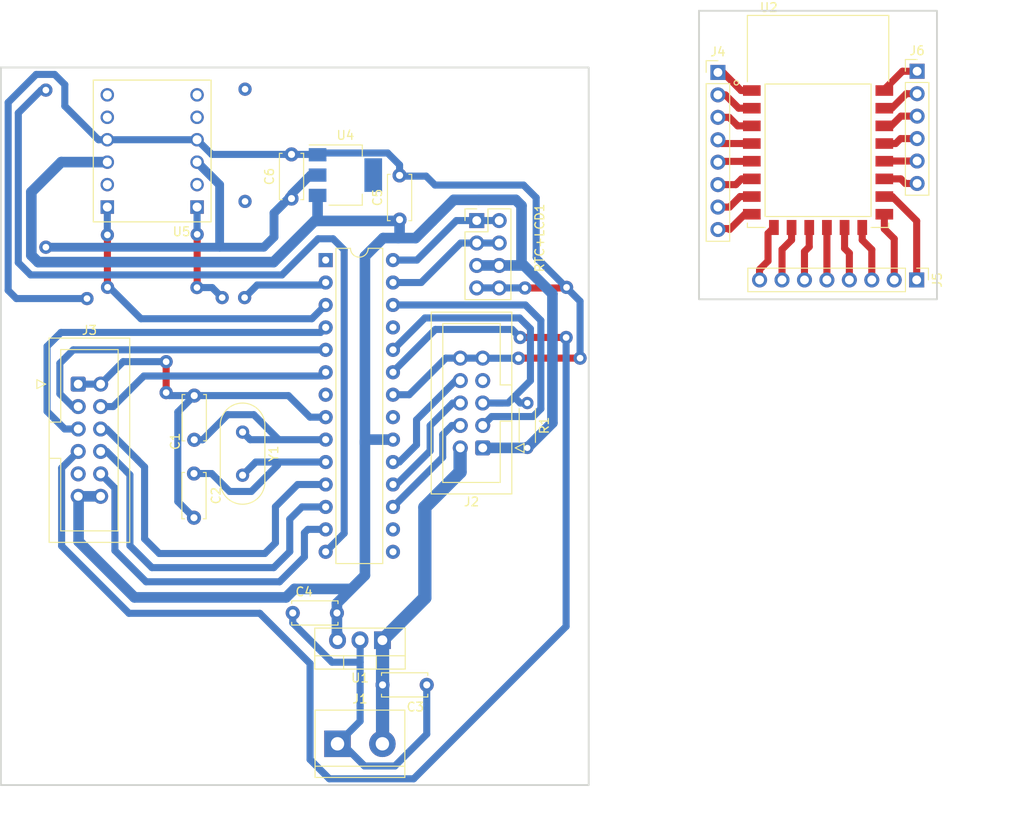
<source format=kicad_pcb>
(kicad_pcb (version 20211014) (generator pcbnew)
  (layers (0 "F.Cu" signal) (31 "B.Cu" signal) (34 "B.Paste" user) (35 "F.Paste" user) (36 "B.SilkS" user "B.Silkscreen") (37 "F.SilkS" user "F.Silkscreen") (38 "B.Mask" user) (39 "F.Mask" user) (44 "Edge.Cuts" user))
  (net 0 "")
  (net 1 "GND")
  (net 3 "+5V")
  (net 5 "+12V")
  (net 7 "Net-(C1-Pad1)")
  (net 8 "Net-(C2-Pad1)")
  (net 10 "Net-(RTC+LCD1-Pad3)")
  (net 11 "Net-(RTC+LCD1-Pad1)")
  (net 12 "unconnected-(U3-Pad15)")
  (net 13 "Net-(R1-Pad1)")
  (net 14 "Net-(J4-Pad1)")
  (net 15 "Net-(J6-Pad1)")
  (net 16 "Net-(J6-Pad2)")
  (net 17 "Net-(J6-Pad3)")
  (net 18 "Net-(J6-Pad4)")
  (net 19 "Net-(C6-Pad1)")
  (net 20 "Net-(J4-Pad2)")
  (net 21 "Net-(J4-Pad3)")
  (net 22 "Net-(J4-Pad4)")
  (net 23 "Net-(J4-Pad5)")
  (net 24 "Net-(J4-Pad6)")
  (net 25 "Net-(J4-Pad7)")
  (net 26 "Net-(J5-Pad3)")
  (net 27 "Net-(J5-Pad4)")
  (net 28 "Net-(J5-Pad5)")
  (net 29 "Net-(J5-Pad6)")
  (net 30 "Net-(J5-Pad7)")
  (net 31 "Net-(J6-Pad5)")
  (net 32 "Net-(J5-Pad2)")
  (net 33 "Net-(J6-Pad6)")
  (net 34 "Net-(J4-Pad8)")
  (net 35 "Net-(U3-Pad3)")
  (net 38 "unconnected-(U5-PadLV4)")
  (net 42 "Net-(J5-Pad1)")
  (net 43 "Net-(U3-Pad26)")
  (net 44 "Net-(U3-Pad19)")
  (net 45 "Net-(U3-Pad18)")
  (net 46 "Net-(U3-Pad17)")
  (net 48 "Net-(U3-Pad5)")
  (net 49 "Net-(U3-Pad6)")
  (net 50 "Net-(U3-Pad4)")
  (net 51 "Net-(U3-Pad11)")
  (net 52 "Net-(U3-Pad23)")
  (net 53 "Net-(U3-Pad12)")
  (net 55 "Net-(U3-Pad13)")
  (footprint "Resistor_THT:R_Axial_DIN0204_L3.6mm_D1.6mm_P5.08mm_Horizontal" (layer "F.Cu") (at 157.2325 93.12 -90)
    (fp_text reference "R1")
    (fp_text value "4.7k")
  )
  (footprint "Connector_PinHeader_2.54mm:PinHeader_2x04_P2.54mm_Vertical" (layer "F.Cu") (at 151.5075 72.47)
    (fp_text reference "RTC+LCD1")
    (fp_text value "Conn_02x04_Odd_Even")
  )
  (footprint "Capacitor_THT:C_Disc_D5.0mm_W2.5mm_P5.00mm" (layer "F.Cu") (at 119.5025 101.1 -90)
    (fp_text reference "C2")
    (fp_text value "20pF")
  )
  (footprint "Package_TO_SOT_THT:TO-220-3_Vertical" (layer "F.Cu") (at 140.8325 119.965 180)
    (fp_text reference "U1")
    (fp_text value "LM7805")
  )
  (footprint "Capacitor_THT:C_Disc_D5.0mm_W2.5mm_P5.00mm" (layer "F.Cu") (at 119.5325 97.28 90)
    (fp_text reference "C1")
    (fp_text value "20pF")
  )
  (footprint "Connector_IDC:IDC-Header_2x05_P2.54mm_Vertical" (layer "F.Cu") (at 152.185 98.2 180)
    (fp_text reference "J2")
    (fp_text value "Conn_02x05_Odd_Even")
  )
  (footprint "Crystal:Crystal_HC49-4H_Vertical" (layer "F.Cu") (at 125.0025 96.41 -90)
    (fp_text reference "Y1")
    (fp_text value "16MHz")
  )
  (footprint "Capacitor_THT:C_Disc_D5.0mm_W2.5mm_P5.00mm" (layer "F.Cu") (at 145.8475 125.02 180)
    (fp_text reference "C3")
    (fp_text value "330nF")
  )
  (footprint "TerminalBlock:TerminalBlock_bornier-2_P5.08mm" (layer "F.Cu") (at 135.7475 131.69)
    (fp_text reference "J1")
    (fp_text value "12v")
  )
  (footprint "Capacitor_THT:C_Disc_D5.0mm_W2.5mm_P5.00mm" (layer "F.Cu") (at 130.6825 116.88)
    (fp_text reference "C4")
    (fp_text value "100nF")
  )
  (footprint "Package_DIP:DIP-28_W7.62mm" (layer "F.Cu") (at 134.4075 76.94)
    (fp_text reference "U3" hide)
    (fp_text value "ATmega328P-P")
  )
  (footprint "Connector_PinHeader_2.54mm:PinHeader_1x06_P2.54mm_Vertical" (layer "F.Cu") (at 201.35 55.56925)
    (fp_text reference "J6")
    (fp_text value "Conn_01x06")
  )
  (footprint "Conversor_logico_nivel:CONV_BOB-12009" (layer "F.Cu") (at 114.7725 64.59 180)
    (fp_text reference "U5")
    (fp_text value "BOB-12009")
  )
  (footprint "Capacitor_THT:C_Disc_D5.0mm_W2.5mm_P5.00mm" (layer "F.Cu") (at 142.7725 72.36 90)
    (fp_text reference "C5")
    (fp_text value "100nF")
  )
  (footprint "Connector_IDC:IDC-Header_2x06_P2.54mm_Vertical" (layer "F.Cu") (at 106.4 90.98)
    (fp_text reference "J3")
    (fp_text value "Conn_02x06_Odd_Even")
  )
  (footprint "Capacitor_THT:C_Disc_D5.0mm_W2.5mm_P5.00mm" (layer "F.Cu") (at 130.5425 69.98 90)
    (fp_text reference "C6")
    (fp_text value "10uF")
  )
  (footprint "Package_TO_SOT_SMD:SOT-223" (layer "F.Cu") (at 136.6425 67.32)
    (fp_text reference "U4")
    (fp_text value "LM1117-3.3")
  )
  (footprint "Connector_PinHeader_2.54mm:PinHeader_1x08_P2.54mm_Vertical" (layer "F.Cu") (at 178.80575 55.7025)
    (fp_text reference "J4")
    (fp_text value "Conn_01x08" hide)
  )
  (footprint "ESP8266-12E_ESP-12E:XCVR_ESP8266-12E_ESP-12E" (layer "F.Cu") (at 190.14 64.75)
    (fp_text reference "U2")
    (fp_text value "ESP-12E")
  )
  (footprint "Connector_PinHeader_2.54mm:PinHeader_1x08_P2.54mm_Vertical" (layer "F.Cu") (at 201.30075 79.1875 -90)
    (fp_text reference "J5")
    (fp_text value "Conn_01x08" hide)
  )
  (gr_rect (start 176.665 48.72) (end 203.595 81.38) (layer "Edge.Cuts") (width 0.2) (fill none))
  (gr_rect (start 164.1775 55.14) (end 97.6475 136.36) (layer "Edge.Cuts") (width 0.2) (fill none))
  (segment (start 184.47575 77.0475) (end 184.47575 73.91425) (width 0.8) (layer "F.Cu") (net 1))
  (segment (start 183.52075 79.1875) (end 183.51575 79.1825) (width 0.8) (layer "F.Cu") (net 1))
  (segment (start 184.47575 73.91425) (end 185.14 73.25) (width 0.8) (layer "F.Cu") (net 1))
  (segment (start 161.6725 80.03) (end 161.601837 80.100663) (width 0.8) (layer "F.Cu") (net 1))
  (segment (start 183.51575 78.0075) (end 184.47575 77.0475) (width 0.8) (layer "F.Cu") (net 1))
  (segment (start 161.601837 80.100663) (end 156.961837 80.100663) (width 0.8) (layer "F.Cu") (net 1))
  (segment (start 156.243 88.04) (end 156.233 88.05) (width 0.8) (layer "F.Cu") (net 1))
  (segment (start 163.2025 88.04) (end 156.243 88.04) (width 0.8) (layer "F.Cu") (net 1))
  (segment (start 116.3525 88.44) (end 116.3525 91.94) (width 0.8) (layer "F.Cu") (net 1))
  (segment (start 183.51575 79.1825) (end 183.51575 78.0075) (width 0.8) (layer "F.Cu") (net 1))
  (via (at 156.233 88.05) (size 1.5) (drill 0.75) (layers "F.Cu" "B.Cu") (net 1))
  (via (at 107.39325 81.2975) (size 1.5) (drill 0.75) (layers "F.Cu" "B.Cu") (net 1))
  (via (at 156.961837 80.100663) (size 1.5) (drill 0.75) (layers "F.Cu" "B.Cu") (net 1))
  (via (at 161.6725 80.03) (size 1.5) (drill 0.75) (layers "F.Cu" "B.Cu") (net 1))
  (via (at 116.3525 88.44) (size 1.5) (drill 0.75) (layers "F.Cu" "B.Cu") (net 1))
  (via (at 163.2025 88.04) (size 1.5) (drill 0.75) (layers "F.Cu" "B.Cu") (net 1))
  (via (at 116.3525 91.94) (size 1.5) (drill 0.75) (layers "F.Cu" "B.Cu") (net 1))
  (segment (start 135.7475 131.69) (end 136.2925 131.69) (width 0.8) (layer "B.Cu") (net 1))
  (segment (start 106.4 90.98) (end 108.94 90.98) (width 0.8) (layer "B.Cu") (net 1))
  (segment (start 142.7725 67.36) (end 142.8525 67.44) (width 0.8) (layer "B.Cu") (net 1))
  (segment (start 138.3075 127.405) (end 138.3075 122.455) (width 0.8) (layer "B.Cu") (net 1))
  (segment (start 134.4075 94.72) (end 132.6325 94.72) (width 0.8) (layer "B.Cu") (net 1))
  (segment (start 119.5325 92.28) (end 116.6925 92.28) (width 0.8) (layer "B.Cu") (net 1))
  (segment (start 98.4725 80.37) (end 99.4 81.2975) (width 0.8) (layer "B.Cu") (net 1))
  (segment (start 99.4 81.2975) (end 107.39325 81.2975) (width 0.8) (layer "B.Cu") (net 1))
  (segment (start 108.91 91.01) (end 108.94 90.98) (width 0.8) (layer "B.Cu") (net 1))
  (segment (start 156.951174 80.09) (end 156.961837 80.100663) (width 0.8) (layer "B.Cu") (net 1))
  (segment (start 158.2325 69.88) (end 158.2325 76.63) (width 0.8) (layer "B.Cu") (net 1))
  (segment (start 149.645 88.04) (end 152.185 88.04) (width 0.8) (layer "B.Cu") (net 1))
  (segment (start 138.3075 119.98) (end 138.2925 119.965) (width 0.8) (layer "B.Cu") (net 1))
  (segment (start 136.2925 131.69) (end 138.8025 134.2) (width 0.8) (layer "B.Cu") (net 1))
  (segment (start 121.5125 64.98) (end 133.4525 64.98) (width 0.8) (layer "B.Cu") (net 1))
  (segment (start 119.8525 63.32) (end 121.5125 64.98) (width 0.8) (layer "B.Cu") (net 1))
  (segment (start 108.94 90.98) (end 111.48 88.44) (width 0.8) (layer "B.Cu") (net 1))
  (segment (start 98.4725 59.1) (end 98.4725 80.37) (width 0.8) (layer "B.Cu") (net 1))
  (segment (start 141.4225 64.82) (end 142.7725 66.17) (width 0.8) (layer "B.Cu") (net 1))
  (segment (start 146.7825 68.45) (end 156.8025 68.45) (width 0.8) (layer "B.Cu") (net 1))
  (segment (start 156.8025 68.45) (end 158.2325 69.88) (width 0.8) (layer "B.Cu") (net 1))
  (segment (start 152.195 88.05) (end 152.185 88.04) (width 0.8) (layer "B.Cu") (net 1))
  (segment (start 142.7725 66.17) (end 142.7725 67.36) (width 0.8) (layer "B.Cu") (net 1))
  (segment (start 133.4925 65.02) (end 133.6925 64.82) (width 0.8) (layer "B.Cu") (net 1))
  (segment (start 133.4525 64.98) (end 133.4925 65.02) (width 0.8) (layer "B.Cu") (net 1))
  (segment (start 138.3075 122.455) (end 138.3075 119.98) (width 0.8) (layer "B.Cu") (net 1))
  (segment (start 119.5025 106.1) (end 117.6725 104.27) (width 0.8) (layer "B.Cu") (net 1))
  (segment (start 145.7725 67.44) (end 146.7825 68.45) (width 0.8) (layer "B.Cu") (net 1))
  (segment (start 138.3075 129.13) (end 138.3075 127.405) (width 0.8) (layer "B.Cu") (net 1))
  (segment (start 109.6925 63.32) (end 119.8525 63.32) (width 0.8) (layer "B.Cu") (net 1))
  (segment (start 154.0475 80.09) (end 156.951174 80.09) (width 0.8) (layer "B.Cu") (net 1))
  (segment (start 142.2425 134.2) (end 145.8475 130.595) (width 0.8) (layer "B.Cu") (net 1))
  (segment (start 156.233 88.05) (end 152.195 88.05) (width 0.8) (layer "B.Cu") (net 1))
  (segment (start 163.2025 81.6) (end 163.2025 88.04) (width 0.8) (layer "B.Cu") (net 1))
  (segment (start 133.6925 64.82) (end 141.4225 64.82) (width 0.8) (layer "B.Cu") (net 1))
  (segment (start 117.6725 104.27) (end 117.6725 94.14) (width 0.8) (layer "B.Cu") (net 1))
  (segment (start 132.6325 94.72) (end 130.1925 92.28) (width 0.8) (layer "B.Cu") (net 1))
  (segment (start 142.8525 67.44) (end 145.7725 67.44) (width 0.8) (layer "B.Cu") (net 1))
  (segment (start 158.2325 76.63) (end 163.2025 81.6) (width 0.8) (layer "B.Cu") (net 1))
  (segment (start 116.6925 92.28) (end 116.3525 91.94) (width 0.8) (layer "B.Cu") (net 1))
  (segment (start 104.8825 57.08) (end 103.7325 55.93) (width 0.8) (layer "B.Cu") (net 1))
  (segment (start 106.4 90.98) (end 106.43 91.01) (width 0.8) (layer "B.Cu") (net 1))
  (segment (start 101.6425 55.93) (end 98.4725 59.1) (width 0.8) (layer "B.Cu") (net 1))
  (segment (start 111.48 88.44) (end 116.3525 88.44) (width 0.8) (layer "B.Cu") (net 1))
  (segment (start 143.8625 92.18) (end 148.0025 88.04) (width 0.8) (layer "B.Cu") (net 1))
  (segment (start 117.6725 94.14) (end 119.5325 92.28) (width 0.8) (layer "B.Cu") (net 1))
  (segment (start 148.0025 88.04) (end 149.645 88.04) (width 0.8) (layer "B.Cu") (net 1))
  (segment (start 130.6825 118.01137) (end 135.12613 122.455) (width 0.8) (layer "B.Cu") (net 1))
  (segment (start 145.8475 130.595) (end 145.8475 125.02) (width 0.8) (layer "B.Cu") (net 1))
  (segment (start 103.7325 55.93) (end 101.6425 55.93) (width 0.8) (layer "B.Cu") (net 1))
  (segment (start 108.6925 63.32) (end 104.8825 59.51) (width 0.8) (layer "B.Cu") (net 1))
  (segment (start 109.6925 63.32) (end 108.6925 63.32) (width 0.8) (layer "B.Cu") (net 1))
  (segment (start 138.8025 134.2) (end 142.2425 134.2) (width 0.8) (layer "B.Cu") (net 1))
  (segment (start 135.12613 122.455) (end 138.3075 122.455) (width 0.8) (layer "B.Cu") (net 1))
  (segment (start 135.7475 131.69) (end 138.3075 129.13) (width 0.8) (layer "B.Cu") (net 1))
  (segment (start 130.1925 92.28) (end 119.5325 92.28) (width 0.8) (layer "B.Cu") (net 1))
  (segment (start 104.8825 59.51) (end 104.8825 57.08) (width 0.8) (layer "B.Cu") (net 1))
  (segment (start 130.6825 116.88) (end 130.6825 118.01137) (width 0.8) (layer "B.Cu") (net 1))
  (segment (start 151.5075 80.09) (end 154.0475 80.09) (width 0.8) (layer "B.Cu") (net 1))
  (segment (start 142.0275 92.18) (end 143.8625 92.18) (width 0.8) (layer "B.Cu") (net 1))
  (segment (start 156.5725 77.52) (end 156.5325 77.56) (width 0.8) (layer "B.Cu") (net 3))
  (segment (start 128.51 77.17) (end 133.17 72.51) (width 1.2) (layer "B.Cu") (net 3))
  (segment (start 155.9125 70.12) (end 156.5725 70.78) (width 1.2) (layer "B.Cu") (net 3))
  (segment (start 109.6925 65.86) (end 109.6825 65.85) (width 0.8) (layer "B.Cu") (net 3))
  (segment (start 135.7675 119.27) (end 135.6825 119.185) (width 1.2) (layer "B.Cu") (net 3))
  (segment (start 146.4825 72.55) (end 148.9125 70.12) (width 1.2) (layer "B.Cu") (net 3))
  (segment (start 106.4425 108.79) (end 112.7725 115.12) (width 1.2) (layer "B.Cu") (net 3))
  (segment (start 101.0925 76.3925) (end 101.87 77.17) (width 1.2) (layer "B.Cu") (net 3))
  (segment (start 142.7725 74.3) (end 142.6225 74.45) (width 0.8) (layer "B.Cu") (net 3))
  (segment (start 133.4925 69.62) (end 133.4925 72.42) (width 1.2) (layer "B.Cu") (net 3))
  (segment (start 144.5825 74.45) (end 146.4825 72.55) (width 1.2) (layer "B.Cu") (net 3))
  (segment (start 136.3625 115.11) (end 138.8525 112.62) (width 1.2) (layer "B.Cu") (net 3))
  (segment (start 160.0725 80.77) (end 156.8225 77.52) (width 1.2) (layer "B.Cu") (net 3))
  (segment (start 142.7725 72.51) (end 133.4025 72.51) (width 1.2) (layer "B.Cu") (net 3))
  (segment (start 148.9125 70.12) (end 151.7125 70.12) (width 1.2) (layer "B.Cu") (net 3))
  (segment (start 138.8525 112.62) (end 138.8525 97.44) (width 1.2) (layer "B.Cu") (net 3))
  (segment (start 106.4425 103.7225) (end 106.4425 108.79) (width 1.2) (layer "B.Cu") (net 3))
  (segment (start 130.880449 114.16) (end 137.2425 114.16) (width 1.2) (layer "B.Cu") (net 3))
  (segment (start 135.6875 119.35) (end 135.7675 119.27) (width 0.8) (layer "B.Cu") (net 3))
  (segment (start 138.8525 76.51) (end 140.9125 74.45) (width 1.2) (layer "B.Cu") (net 3))
  (segment (start 142.4725 74.3) (end 142.6225 74.45) (width 0.8) (layer "B.Cu") (net 3))
  (segment (start 136.3425 115.13) (end 136.3625 115.11) (width 0.8) (layer "B.Cu") (net 3))
  (segment (start 142.0275 97.26) (end 139.4725 97.26) (width 1.2) (layer "B.Cu") (net 3))
  (segment (start 129.920449 115.12) (end 130.880449 114.16) (width 1.2) (layer "B.Cu") (net 3))
  (segment (start 112.7725 115.12) (end 129.920449 115.12) (width 1.2) (layer "B.Cu") (net 3))
  (segment (start 152.185 98.2) (end 157.2325 98.2) (width 1.2) (layer "B.Cu") (net 3))
  (segment (start 156.8225 77.52) (end 156.5725 77.52) (width 1.2) (layer "B.Cu") (net 3))
  (segment (start 156.5625 77.55) (end 154.0475 77.55) (width 1.2) (layer "B.Cu") (net 3))
  (segment (start 104.4825 65.85) (end 101.0925 69.24) (width 1.2) (layer "B.Cu") (net 3))
  (segment (start 151.8525 69.98) (end 151.7125 70.12) (width 0.8) (layer "B.Cu") (net 3))
  (segment (start 109.6825 65.85) (end 104.4825 65.85) (width 1.2) (layer "B.Cu") (net 3))
  (segment (start 154.0475 77.55) (end 151.5075 77.55) (width 1.2) (layer "B.Cu") (net 3))
  (segment (start 101.0925 69.24) (end 101.0925 76.3925) (width 1.2) (layer "B.Cu") (net 3))
  (segment (start 135.6825 115.79) (end 136.3625 115.11) (width 1.2) (layer "B.Cu") (net 3))
  (segment (start 133.4925 72.42) (end 133.4025 72.51) (width 0.8) (layer "B.Cu") (net 3))
  (segment (start 106.4 103.68) (end 108.94 103.68) (width 1.2) (layer "B.Cu") (net 3))
  (segment (start 140.9125 74.45) (end 142.6225 74.45) (width 1.2) (layer "B.Cu") (net 3))
  (segment (start 151.7125 70.12) (end 155.9125 70.12) (width 1.2) (layer "B.Cu") (net 3))
  (segment (start 133.17 72.51) (end 133.4025 72.51) (width 1.2) (layer "B.Cu") (net 3))
  (segment (start 141.9775 97.31) (end 142.0275 97.26) (width 0.8) (layer "B.Cu") (net 3))
  (segment (start 157.2325 98.2) (end 160.0725 95.36) (width 1.2) (layer "B.Cu") (net 3))
  (segment (start 138.8525 97.68) (end 138.8525 76.51) (width 1.2) (layer "B.Cu") (net 3))
  (segment (start 135.6825 119.185) (end 135.6825 115.79) (width 1.2) (layer "B.Cu") (net 3))
  (segment (start 142.7725 72.36) (end 142.7725 74.3) (width 1.2) (layer "B.Cu") (net 3))
  (segment (start 156.5725 70.78) (end 156.5725 77.52) (width 1.2) (layer "B.Cu") (net 3))
  (segment (start 160.0725 95.36) (end 160.0725 80.77) (width 1.2) (layer "B.Cu") (net 3))
  (segment (start 156.5725 77.56) (end 156.5625 77.55) (width 0.8) (layer "B.Cu") (net 3))
  (segment (start 101.87 77.17) (end 128.51 77.17) (width 1.2) (layer "B.Cu") (net 3))
  (segment (start 142.6225 74.45) (end 144.5825 74.45) (width 1.2) (layer "B.Cu") (net 3))
  (segment (start 106.4 103.68) (end 106.4425 103.7225) (width 0.8) (layer "B.Cu") (net 3))
  (segment (start 149.6225 98.2225) (end 149.645 98.2) (width 1.5) (layer "B.Cu") (net 5))
  (segment (start 145.6325 104.92) (end 149.6225 100.93) (width 1.5) (layer "B.Cu") (net 5))
  (segment (start 140.8475 119.98) (end 140.8325 119.965) (width 1.5) (layer "B.Cu") (net 5))
  (segment (start 140.8475 125.02) (end 140.8475 131.67) (width 1.5) (layer "B.Cu") (net 5))
  (segment (start 149.6225 100.93) (end 149.6225 98.2225) (width 1.5) (layer "B.Cu") (net 5))
  (segment (start 140.8325 119.965) (end 145.6325 115.165) (width 1.5) (layer "B.Cu") (net 5))
  (segment (start 140.8475 131.67) (end 140.8275 131.69) (width 0.8) (layer "B.Cu") (net 5))
  (segment (start 140.8475 125.02) (end 140.8475 119.98) (width 1.5) (layer "B.Cu") (net 5))
  (segment (start 145.6325 115.165) (end 145.6325 104.92) (width 1.5) (layer "B.Cu") (net 5))
  (segment (start 125.0025 96.41) (end 125.8625 97.27) (width 0.8) (layer "B.Cu") (net 7))
  (segment (start 134.3975 97.27) (end 134.4075 97.26) (width 0.8) (layer "B.Cu") (net 7))
  (segment (start 123.3175 94.44) (end 126.2725 94.44) (width 0.8) (layer "B.Cu") (net 7))
  (segment (start 125.8625 97.27) (end 134.3975 97.27) (width 0.8) (layer "B.Cu") (net 7))
  (segment (start 126.2725 94.44) (end 129.0525 97.22) (width 0.8) (layer "B.Cu") (net 7))
  (segment (start 119.5325 97.28) (end 120.4775 97.28) (width 0.8) (layer "B.Cu") (net 7))
  (segment (start 120.4775 97.28) (end 123.3175 94.44) (width 0.8) (layer "B.Cu") (net 7))
  (segment (start 125.0025 101.29) (end 126.4925 99.8) (width 0.8) (layer "B.Cu") (net 8))
  (segment (start 121.5025 101.1) (end 123.5325 103.13) (width 0.8) (layer "B.Cu") (net 8))
  (segment (start 126.4925 99.8) (end 134.4075 99.8) (width 0.8) (layer "B.Cu") (net 8))
  (segment (start 123.5325 103.13) (end 125.9925 103.13) (width 0.8) (layer "B.Cu") (net 8))
  (segment (start 119.5025 101.1) (end 121.5025 101.1) (width 0.8) (layer "B.Cu") (net 8))
  (segment (start 125.9925 103.13) (end 128.9725 100.15) (width 0.8) (layer "B.Cu") (net 8))
  (segment (start 125.0025 101.3) (end 125.0025 101.29) (width 0.8) (layer "B.Cu") (net 8))
  (segment (start 145.2225 79.48) (end 142.0275 79.48) (width 0.8) (layer "B.Cu") (net 10))
  (segment (start 149.6925 75.01) (end 145.2225 79.48) (width 0.8) (layer "B.Cu") (net 10))
  (segment (start 151.5075 75.01) (end 154.0475 75.01) (width 0.8) (layer "B.Cu") (net 10))
  (segment (start 151.5075 75.01) (end 149.6925 75.01) (width 0.8) (layer "B.Cu") (net 10))
  (segment (start 149.2025 72.47) (end 144.7325 76.94) (width 0.8) (layer "B.Cu") (net 11))
  (segment (start 151.5075 72.47) (end 154.0475 72.47) (width 0.8) (layer "B.Cu") (net 11))
  (segment (start 144.7325 76.94) (end 142.0275 76.94) (width 0.8) (layer "B.Cu") (net 11))
  (segment (start 151.5075 72.47) (end 149.2025 72.47) (width 0.8) (layer "B.Cu") (net 11))
  (segment (start 142.1275 110.06) (end 142.0275 109.96) (width 0.8) (layer "B.Cu") (net 12))
  (segment (start 152.185 93.12) (end 154.4825 93.12) (width 0.8) (layer "B.Cu") (net 13))
  (segment (start 156.4325 93.12) (end 155.7625 92.45) (width 0.8) (layer "B.Cu") (net 13))
  (segment (start 155.0525 93.12) (end 157.5825 90.59) (width 0.8) (layer "B.Cu") (net 13))
  (segment (start 153.6525 93.12) (end 155.0525 93.12) (width 0.8) (layer "B.Cu") (net 13))
  (segment (start 157.5825 84.72) (end 156.3525 83.49) (width 0.8) (layer "B.Cu") (net 13))
  (segment (start 156.3525 83.49) (end 145.6375 83.49) (width 0.8) (layer "B.Cu") (net 13))
  (segment (start 142.0275 87.315) (end 142.0275 87.1) (width 0.8) (layer "B.Cu") (net 13))
  (segment (start 145.6375 83.49) (end 142.0275 87.1) (width 0.8) (layer "B.Cu") (net 13))
  (segment (start 157.5825 90.59) (end 157.5825 84.72) (width 0.8) (layer "B.Cu") (net 13))
  (segment (start 157.2325 93.12) (end 156.4325 93.12) (width 0.8) (layer "B.Cu") (net 13))
  (segment (start 178.80575 55.7025) (end 179.38075 55.7025) (width 0.8) (layer "F.Cu") (net 14))
  (segment (start 181.42825 57.75) (end 182.64 57.75) (width 0.8) (layer "F.Cu") (net 14))
  (segment (start 179.38075 55.7025) (end 181.42825 57.75) (width 0.8) (layer "F.Cu") (net 14))
  (via (at 102.73825 57.70325) (size 1.5) (drill 0.75) (layers "F.Cu" "B.Cu") (net 14))
  (segment (start 136.5025 107.865) (end 134.4075 109.96) (width 0.8) (layer "B.Cu") (net 14))
  (segment (start 136.5025 75.79) (end 136.5025 107.865) (width 0.8) (layer "B.Cu") (net 14))
  (segment (start 99.62 77.23) (end 101.01 78.62) (width 0.8) (layer "B.Cu") (net 14))
  (segment (start 102.73825 57.70325) (end 102.20675 57.70325) (width 0.8) (layer "B.Cu") (net 14))
  (segment (start 99.62 60.29) (end 99.62 77.23) (width 0.8) (layer "B.Cu") (net 14))
  (segment (start 129.4625 78.62) (end 133.5525 74.53) (width 0.8) (layer "B.Cu") (net 14))
  (segment (start 135.2425 74.53) (end 136.5025 75.79) (width 0.8) (layer "B.Cu") (net 14))
  (segment (start 101.01 78.62) (end 129.4625 78.62) (width 0.8) (layer "B.Cu") (net 14))
  (segment (start 133.5525 74.53) (end 135.2425 74.53) (width 0.8) (layer "B.Cu") (net 14))
  (segment (start 102.20675 57.70325) (end 99.62 60.29) (width 0.8) (layer "B.Cu") (net 14))
  (segment (start 199.69 55.56925) (end 201.35 55.56925) (width 0.8) (layer "F.Cu") (net 15))
  (segment (start 197.64 57.61925) (end 199.69 55.56925) (width 0.8) (layer "F.Cu") (net 15))
  (segment (start 197.64 57.75) (end 197.64 57.61925) (width 0.8) (layer "F.Cu") (net 15))
  (via (at 125.28175 57.59925) (size 1.5) (drill 0.75) (layers "F.Cu" "B.Cu") (net 15))
  (segment (start 198.48925 59.75) (end 200.13 58.10925) (width 0.8) (layer "F.Cu") (net 16))
  (segment (start 200.13 58.10925) (end 201.35 58.10925) (width 0.8) (layer "F.Cu") (net 16))
  (segment (start 197.64 59.75) (end 198.48925 59.75) (width 0.8) (layer "F.Cu") (net 16))
  (segment (start 199.52 60.64925) (end 198.41925 61.75) (width 0.8) (layer "F.Cu") (net 17))
  (segment (start 201.35 60.64925) (end 199.52 60.64925) (width 0.8) (layer "F.Cu") (net 17))
  (segment (start 198.41925 61.75) (end 197.64 61.75) (width 0.8) (layer "F.Cu") (net 17))
  (segment (start 199.48 63.18925) (end 198.91925 63.75) (width 0.8) (layer "F.Cu") (net 18))
  (segment (start 198.91925 63.75) (end 197.64 63.75) (width 0.8) (layer "F.Cu") (net 18))
  (segment (start 201.35 63.18925) (end 199.48 63.18925) (width 0.8) (layer "F.Cu") (net 18))
  (via (at 102.73825 75.48325) (size 1.5) (drill 0.75) (layers "F.Cu" "B.Cu") (net 19))
  (segment (start 127.40925 75.48325) (end 128.5625 74.33) (width 1) (layer "B.Cu") (net 19))
  (segment (start 122.40575 75.48325) (end 122.40575 68.41325) (width 1) (layer "B.Cu") (net 19))
  (segment (start 128.5625 71.62) (end 130.2025 69.98) (width 1) (layer "B.Cu") (net 19))
  (segment (start 122.40575 68.41325) (end 119.8525 65.86) (width 1) (layer "B.Cu") (net 19))
  (segment (start 130.5425 69.47) (end 132.6925 67.32) (width 1) (layer "B.Cu") (net 19))
  (segment (start 102.73825 75.48325) (end 122.40575 75.48325) (width 1) (layer "B.Cu") (net 19))
  (segment (start 122.40575 75.48325) (end 127.40925 75.48325) (width 1) (layer "B.Cu") (net 19))
  (segment (start 128.5625 74.33) (end 128.5625 71.62) (width 1) (layer "B.Cu") (net 19))
  (segment (start 130.5425 69.98) (end 130.5425 69.47) (width 0.8) (layer "B.Cu") (net 19))
  (segment (start 130.2025 69.98) (end 130.5425 69.98) (width 0.8) (layer "B.Cu") (net 19))
  (segment (start 132.6925 67.32) (end 133.4925 67.32) (width 1) (layer "B.Cu") (net 19))
  (segment (start 182.64 59.75) (end 181.15825 59.75) (width 0.8) (layer "F.Cu") (net 20))
  (segment (start 181.15825 59.75) (end 179.65075 58.2425) (width 0.8) (layer "F.Cu") (net 20))
  (segment (start 179.65075 58.2425) (end 178.80575 58.2425) (width 0.8) (layer "F.Cu") (net 20))
  (segment (start 181.03825 61.75) (end 182.64 61.75) (width 0.8) (layer "F.Cu") (net 21))
  (segment (start 178.80575 60.7825) (end 180.07075 60.7825) (width 0.8) (layer "F.Cu") (net 21))
  (segment (start 180.07075 60.7825) (end 181.03825 61.75) (width 0.8) (layer "F.Cu") (net 21))
  (segment (start 182.6375 63.7475) (end 182.64 63.75) (width 0.8) (layer "F.Cu") (net 22))
  (segment (start 178.80575 63.3225) (end 179.23075 63.7475) (width 0.8) (layer "F.Cu") (net 22))
  (segment (start 179.23075 63.7475) (end 182.6375 63.7475) (width 0.8) (layer "F.Cu") (net 22))
  (segment (start 182.6225 65.7675) (end 182.64 65.75) (width 0.8) (layer "F.Cu") (net 23))
  (segment (start 178.80575 65.8625) (end 178.90075 65.7675) (width 0.8) (layer "F.Cu") (net 23))
  (segment (start 178.90075 65.7675) (end 182.6225 65.7675) (width 0.8) (layer "F.Cu") (net 23))
  (segment (start 178.80575 68.4025) (end 180.83075 68.4025) (width 0.8) (layer "F.Cu") (net 24))
  (segment (start 180.83075 68.4025) (end 181.48325 67.75) (width 0.8) (layer "F.Cu") (net 24))
  (segment (start 181.48325 67.75) (end 182.64 67.75) (width 0.8) (layer "F.Cu") (net 24))
  (segment (start 180.12075 70.9425) (end 181.31325 69.75) (width 0.8) (layer "F.Cu") (net 25))
  (segment (start 178.80575 70.9425) (end 180.12075 70.9425) (width 0.8) (layer "F.Cu") (net 25))
  (segment (start 181.31325 69.75) (end 182.64 69.75) (width 0.8) (layer "F.Cu") (net 25))
  (segment (start 195.14 74.67175) (end 195.14 73.25) (width 0.8) (layer "F.Cu") (net 26))
  (segment (start 196.22075 79.1875) (end 196.22075 75.7525) (width 0.8) (layer "F.Cu") (net 26))
  (segment (start 196.22075 75.7525) (end 195.14 74.67175) (width 0.8) (layer "F.Cu") (net 26))
  (segment (start 193.68075 79.1875) (end 193.68075 76.1525) (width 0.8) (layer "F.Cu") (net 27))
  (segment (start 193.14 75.61175) (end 193.14 73.25) (width 0.8) (layer "F.Cu") (net 27))
  (segment (start 193.68075 76.1525) (end 193.14 75.61175) (width 0.8) (layer "F.Cu") (net 27))
  (segment (start 191.14075 73.25075) (end 191.14 73.25) (width 0.8) (layer "F.Cu") (net 28))
  (segment (start 191.14075 79.1875) (end 191.14075 73.25075) (width 0.8) (layer "F.Cu") (net 28))
  (segment (start 189.14 75.43325) (end 189.14 73.25) (width 0.8) (layer "F.Cu") (net 29))
  (segment (start 188.60075 79.1875) (end 188.60075 75.9725) (width 0.8) (layer "F.Cu") (net 29))
  (segment (start 188.60075 75.9725) (end 189.14 75.43325) (width 0.8) (layer "F.Cu") (net 29))
  (segment (start 186.06075 79.1875) (end 186.06075 75.7425) (width 0.8) (layer "F.Cu") (net 30))
  (segment (start 186.06075 75.7425) (end 187.14 74.66325) (width 0.8) (layer "F.Cu") (net 30))
  (segment (start 187.14 74.66325) (end 187.14 73.25) (width 0.8) (layer "F.Cu") (net 30))
  (segment (start 201.35 65.72925) (end 197.66075 65.72925) (width 0.8) (layer "F.Cu") (net 31))
  (segment (start 197.66075 65.72925) (end 197.64 65.75) (width 0.8) (layer "F.Cu") (net 31))
  (segment (start 198.76075 74.5325) (end 197.64 73.41175) (width 0.8) (layer "F.Cu") (net 32))
  (segment (start 119.8625 80.0275) (end 119.8625 74.03) (width 0.8) (layer "F.Cu") (net 32))
  (segment (start 197.64 73.41175) (end 197.64 71.75) (width 0.8) (layer "F.Cu") (net 32))
  (segment (start 119.84 80.05) (end 119.8625 80.0275) (width 0.8) (layer "F.Cu") (net 32))
  (segment (start 198.76075 79.1875) (end 198.76075 74.5325) (width 0.8) (layer "F.Cu") (net 32))
  (via (at 122.69325 81.18825) (size 1.5) (drill 0.75) (layers "F.Cu" "B.Cu") (net 32))
  (via (at 119.84 80.05) (size 1.5) (drill 0.75) (layers "F.Cu" "B.Cu") (net 32))
  (via (at 119.8625 74.03) (size 1.5) (drill 0.75) (layers "F.Cu" "B.Cu") (net 32))
  (segment (start 119.84 80.05) (end 121.555 80.05) (width 0.8) (layer "B.Cu") (net 32))
  (segment (start 119.8725 74.02) (end 119.8625 74.03) (width 0.8) (layer "B.Cu") (net 32))
  (segment (start 121.555 80.05) (end 122.69325 81.18825) (width 0.8) (layer "B.Cu") (net 32))
  (segment (start 119.8525 70.94) (end 119.8525 74.02) (width 0.8) (layer "B.Cu") (net 32))
  (segment (start 119.8525 74.02) (end 119.8625 74.03) (width 0.8) (layer "B.Cu") (net 32))
  (segment (start 200.02 68.26925) (end 199.50075 67.75) (width 0.8) (layer "F.Cu") (net 33))
  (segment (start 201.35 68.26925) (end 200.02 68.26925) (width 0.8) (layer "F.Cu") (net 33))
  (segment (start 199.50075 67.75) (end 197.64 67.75) (width 0.8) (layer "F.Cu") (net 33))
  (segment (start 178.86575 73.37325) (end 180.1775 73.37325) (width 0.8) (layer "F.Cu") (net 34))
  (segment (start 180.1175 73.4825) (end 181.85 71.75) (width 0.8) (layer "F.Cu") (net 34))
  (segment (start 109.7025 80.0025) (end 109.7025 74.09) (width 0.8) (layer "F.Cu") (net 35))
  (segment (start 109.72 80.02) (end 109.7025 80.0025) (width 0.8) (layer "F.Cu") (net 35))
  (via (at 109.72 80.02) (size 1.5) (drill 0.75) (layers "F.Cu" "B.Cu") (net 35))
  (via (at 109.7025 74.09) (size 1.5) (drill 0.75) (layers "F.Cu" "B.Cu") (net 35))
  (segment (start 109.72 80.02) (end 109.9425 80.02) (width 0.8) (layer "B.Cu") (net 35))
  (segment (start 109.6925 74.08) (end 109.7025 74.09) (width 0.8) (layer "B.Cu") (net 35))
  (segment (start 109.9425 80.02) (end 113.50077 83.57827) (width 0.8) (layer "B.Cu") (net 35))
  (segment (start 132.84923 83.57827) (end 134.4075 82.02) (width 0.8) (layer "B.Cu") (net 35))
  (segment (start 109.6925 70.94) (end 109.6925 74.08) (width 0.8) (layer "B.Cu") (net 35))
  (segment (start 113.50077 83.57827) (end 132.84923 83.57827) (width 0.8) (layer "B.Cu") (net 35))
  (segment (start 109.7125 74.08) (end 109.7025 74.09) (width 0.8) (layer "B.Cu") (net 35))
  (via (at 125.28175 70.29925) (size 1.5) (drill 0.75) (layers "F.Cu" "B.Cu") (net 38))
  (segment (start 201.30075 72.5125) (end 198.53825 69.75) (width 0.8) (layer "F.Cu") (net 42))
  (segment (start 201.30075 79.1875) (end 201.30075 72.5125) (width 0.8) (layer "F.Cu") (net 42))
  (segment (start 198.53825 69.75) (end 197.64 69.75) (width 0.8) (layer "F.Cu") (net 42))
  (via (at 125.23325 81.18825) (size 1.5) (drill 0.75) (layers "F.Cu" "B.Cu") (net 42))
  (segment (start 126.6615 79.76) (end 125.23325 81.18825) (width 0.8) (layer "B.Cu") (net 42))
  (segment (start 134.4075 79.48) (end 134.1275 79.76) (width 0.8) (layer "B.Cu") (net 42))
  (segment (start 134.1275 79.76) (end 126.6615 79.76) (width 0.8) (layer "B.Cu") (net 42))
  (segment (start 157.8925 94.65) (end 158.7625 93.78) (width 0.8) (layer "B.Cu") (net 43))
  (segment (start 142.0275 82.285) (end 142.0275 82.02) (width 0.8) (layer "B.Cu") (net 43))
  (segment (start 158.7625 83.77) (end 157.0125 82.02) (width 0.8) (layer "B.Cu") (net 43))
  (segment (start 153.195 94.65) (end 157.8925 94.65) (width 0.8) (layer "B.Cu") (net 43))
  (segment (start 158.7625 93.78) (end 158.7625 83.77) (width 0.8) (layer "B.Cu") (net 43))
  (segment (start 152.185 95.66) (end 153.195 94.65) (width 0.8) (layer "B.Cu") (net 43))
  (segment (start 157.0125 82.02) (end 142.0275 82.02) (width 0.8) (layer "B.Cu") (net 43))
  (segment (start 144.6925 97.85) (end 142.7425 99.8) (width 0.8) (layer "B.Cu") (net 44))
  (segment (start 142.7425 99.8) (end 142.0275 99.8) (width 0.8) (layer "B.Cu") (net 44))
  (segment (start 149.1325 90.58) (end 144.6925 95.02) (width 0.8) (layer "B.Cu") (net 44))
  (segment (start 149.645 90.58) (end 149.1325 90.58) (width 0.8) (layer "B.Cu") (net 44))
  (segment (start 144.6925 95.02) (end 144.6925 97.85) (width 0.8) (layer "B.Cu") (net 44))
  (segment (start 142.0275 99.875) (end 142.0275 99.8) (width 0.8) (layer "B.Cu") (net 44))
  (segment (start 142.0275 102.34) (end 142.0275 102.345) (width 0.8) (layer "B.Cu") (net 45))
  (segment (start 148.7925 93.12) (end 146.2325 95.68) (width 0.8) (layer "B.Cu") (net 45))
  (segment (start 146.2325 98.53) (end 142.4225 102.34) (width 0.8) (layer "B.Cu") (net 45))
  (segment (start 149.645 93.12) (end 148.7925 93.12) (width 0.8) (layer "B.Cu") (net 45))
  (segment (start 146.2325 95.68) (end 146.2325 98.53) (width 0.8) (layer "B.Cu") (net 45))
  (segment (start 142.4225 102.34) (end 142.0275 102.34) (width 0.8) (layer "B.Cu") (net 45))
  (segment (start 147.6525 99.26) (end 142.0325 104.88) (width 0.8) (layer "B.Cu") (net 46))
  (segment (start 142.0325 104.88) (end 142.0275 104.88) (width 0.8) (layer "B.Cu") (net 46))
  (segment (start 147.6525 96.71) (end 147.6525 99.26) (width 0.8) (layer "B.Cu") (net 46))
  (segment (start 149.645 95.66) (end 148.7025 95.66) (width 0.8) (layer "B.Cu") (net 46))
  (segment (start 148.7025 95.66) (end 147.6525 96.71) (width 0.8) (layer "B.Cu") (net 46))
  (segment (start 105.7625 93.52) (end 104.3225 92.08) (width 0.8) (layer "B.Cu") (net 48))
  (segment (start 106.3875 93.55) (end 106.4 93.5375) (width 0.8) (layer "B.Cu") (net 48))
  (segment (start 105.8425 87.1) (end 134.4075 87.1) (width 0.8) (layer "B.Cu") (net 48))
  (segment (start 106.4 93.5375) (end 106.4 93.52) (width 0.8) (layer "B.Cu") (net 48))
  (segment (start 104.3225 88.62) (end 105.8425 87.1) (width 0.8) (layer "B.Cu") (net 48))
  (segment (start 104.3225 92.08) (end 104.3225 88.62) (width 0.8) (layer "B.Cu") (net 48))
  (segment (start 106.4 93.52) (end 105.7625 93.52) (width 0.8) (layer "B.Cu") (net 48))
  (segment (start 113.6425 90.25) (end 113.8325 90.06) (width 0.8) (layer "B.Cu") (net 49))
  (segment (start 113.8325 90.06) (end 133.9875 90.06) (width 0.8) (layer "B.Cu") (net 49))
  (segment (start 108.9325 93.55) (end 108.9325 93.5275) (width 0.8) (layer "B.Cu") (net 49))
  (segment (start 108.9325 93.5275) (end 108.94 93.52) (width 0.8) (layer "B.Cu") (net 49))
  (segment (start 110.3625 93.52) (end 113.5925 90.29) (width 0.8) (layer "B.Cu") (net 49))
  (segment (start 133.9875 90.06) (end 134.4075 89.64) (width 0.8) (layer "B.Cu") (net 49))
  (segment (start 108.94 93.52) (end 110.3625 93.52) (width 0.8) (layer "B.Cu") (net 49))
  (segment (start 104.4525 85.13) (end 133.8375 85.13) (width 0.8) (layer "B.Cu") (net 50))
  (segment (start 106.4 96.06) (end 104.8725 96.06) (width 0.8) (layer "B.Cu") (net 50))
  (segment (start 102.8725 94.06) (end 102.8725 86.71) (width 0.8) (layer "B.Cu") (net 50))
  (segment (start 106.3875 96.09) (end 106.4 96.0775) (width 0.8) (layer "B.Cu") (net 50))
  (segment (start 102.8725 86.71) (end 104.4525 85.13) (width 0.8) (layer "B.Cu") (net 50))
  (segment (start 106.4 96.0775) (end 106.4 96.06) (width 0.8) (layer "B.Cu") (net 50))
  (segment (start 104.8725 96.06) (end 102.8725 94.06) (width 0.8) (layer "B.Cu") (net 50))
  (segment (start 133.8375 85.13) (end 134.4075 84.56) (width 0.8) (layer "B.Cu") (net 50))
  (segment (start 128.7225 104.86) (end 131.2425 102.34) (width 0.8) (layer "B.Cu") (net 51))
  (segment (start 127.5225 110.15) (end 128.7225 108.95) (width 0.8) (layer "B.Cu") (net 51))
  (segment (start 113.9125 108.49) (end 115.5725 110.15) (width 0.8) (layer "B.Cu") (net 51))
  (segment (start 115.5725 110.15) (end 127.5225 110.15) (width 0.8) (layer "B.Cu") (net 51))
  (segment (start 128.7225 108.95) (end 128.7225 104.86) (width 0.8) (layer "B.Cu") (net 51))
  (segment (start 108.94 96.06) (end 109.6225 96.06) (width 0.8) (layer "B.Cu") (net 51))
  (segment (start 108.9275 96.09) (end 108.9275 96.0725) (width 0.8) (layer "B.Cu") (net 51))
  (segment (start 109.6225 96.06) (end 113.1325 99.57) (width 0.8) (layer "B.Cu") (net 51))
  (segment (start 113.9125 100.36) (end 113.9125 108.49) (width 0.8) (layer "B.Cu") (net 51))
  (segment (start 113.1625 99.61) (end 113.9125 100.36) (width 0.8) (layer "B.Cu") (net 51))
  (segment (start 131.2425 102.34) (end 134.4075 102.34) (width 0.8) (layer "B.Cu") (net 51))
  (segment (start 108.9275 96.0725) (end 108.94 96.06) (width 0.8) (layer "B.Cu") (net 51))
  (segment (start 161.6225 85.7) (end 156.4225 85.7) (width 0.8) (layer "F.Cu") (net 52))
  (via (at 156.4225 85.7) (size 1.5) (drill 0.75) (layers "F.Cu" "B.Cu") (net 52))
  (via (at 161.6225 85.7) (size 1.5) (drill 0.75) (layers "F.Cu" "B.Cu") (net 52))
  (segment (start 106.4 98.6) (end 106.4 98.6175) (width 0.8) (layer "B.Cu") (net 52))
  (segment (start 132.6425 122.61) (end 126.9525 116.92) (width 0.8) (layer "B.Cu") (net 52))
  (segment (start 134.8225 135.65) (end 132.6425 133.47) (width 0.8) (layer "B.Cu") (net 52))
  (segment (start 104.5225 100.4775) (end 106.4 98.6) (width 0.8) (layer "B.Cu") (net 52))
  (segment (start 104.5225 109.3) (end 104.5225 100.4775) (width 0.8) (layer "B.Cu") (net 52))
  (segment (start 142.0275 89.585) (end 142.0275 89.64) (width 0.8) (layer "B.Cu") (net 52))
  (segment (start 126.9525 116.92) (end 112.1425 116.92) (width 0.8) (layer "B.Cu") (net 52))
  (segment (start 144.3725 135.65) (end 134.8225 135.65) (width 0.8) (layer "B.Cu") (net 52))
  (segment (start 132.6425 133.47) (end 132.6425 122.61) (width 0.8) (layer "B.Cu") (net 52))
  (segment (start 155.5125 84.79) (end 146.8225 84.79) (width 0.8) (layer "B.Cu") (net 52))
  (segment (start 156.4225 85.7) (end 155.5125 84.79) (width 0.8) (layer "B.Cu") (net 52))
  (segment (start 106.4 98.6175) (end 106.3875 98.63) (width 0.8) (layer "B.Cu") (net 52))
  (segment (start 142.0275 89.64) (end 142.1125 89.64) (width 0.8) (layer "B.Cu") (net 52))
  (segment (start 161.6225 118.4) (end 144.3725 135.65) (width 0.8) (layer "B.Cu") (net 52))
  (segment (start 161.6225 85.7) (end 161.6225 118.4) (width 0.8) (layer "B.Cu") (net 52))
  (segment (start 112.1425 116.92) (end 104.5225 109.3) (width 0.8) (layer "B.Cu") (net 52))
  (segment (start 146.8225 84.79) (end 142.0275 89.585) (width 0.8) (layer "B.Cu") (net 52))
  (segment (start 131.7325 104.88) (end 134.4075 104.88) (width 0.8) (layer "B.Cu") (net 53))
  (segment (start 112.2525 101.25) (end 112.2525 109.26) (width 0.8) (layer "B.Cu") (net 53))
  (segment (start 130.3425 106.27) (end 131.7325 104.88) (width 0.8) (layer "B.Cu") (net 53))
  (segment (start 130.3425 109.94) (end 130.3425 106.27) (width 0.8) (layer "B.Cu") (net 53))
  (segment (start 109.6225 98.6) (end 111.8225 100.8) (width 0.8) (layer "B.Cu") (net 53))
  (segment (start 111.8225 100.82) (end 112.2525 101.25) (width 0.8) (layer "B.Cu") (net 53))
  (segment (start 108.9275 98.63) (end 108.9275 98.6125) (width 0.8) (layer "B.Cu") (net 53))
  (segment (start 128.5325 111.75) (end 130.3425 109.94) (width 0.8) (layer "B.Cu") (net 53))
  (segment (start 114.7425 111.75) (end 128.5325 111.75) (width 0.8) (layer "B.Cu") (net 53))
  (segment (start 108.94 98.6) (end 109.6225 98.6) (width 0.8) (layer "B.Cu") (net 53))
  (segment (start 112.2525 109.26) (end 114.7425 111.75) (width 0.8) (layer "B.Cu") (net 53))
  (segment (start 108.9275 98.6125) (end 108.94 98.6) (width 0.8) (layer "B.Cu") (net 53))
  (segment (start 110.5525 109.82) (end 114.0825 113.35) (width 0.8) (layer "B.Cu") (net 55))
  (segment (start 129.1925 113.35) (end 132.0025 110.54) (width 0.8) (layer "B.Cu") (net 55))
  (segment (start 132.0025 110.54) (end 132.0025 107.81) (width 0.8) (layer "B.Cu") (net 55))
  (segment (start 108.94 101.14) (end 110.5525 102.7525) (width 0.8) (layer "B.Cu") (net 55))
  (segment (start 110.5525 102.7525) (end 110.5525 109.82) (width 0.8) (layer "B.Cu") (net 55))
  (segment (start 114.0825 113.35) (end 129.1925 113.35) (width 0.8) (layer "B.Cu") (net 55))
  (segment (start 132.3925 107.42) (end 134.4075 107.42) (width 0.8) (layer "B.Cu") (net 55))
  (segment (start 132.0025 107.81) (end 132.3925 107.42) (width 0.8) (layer "B.Cu") (net 55))
)
</source>
